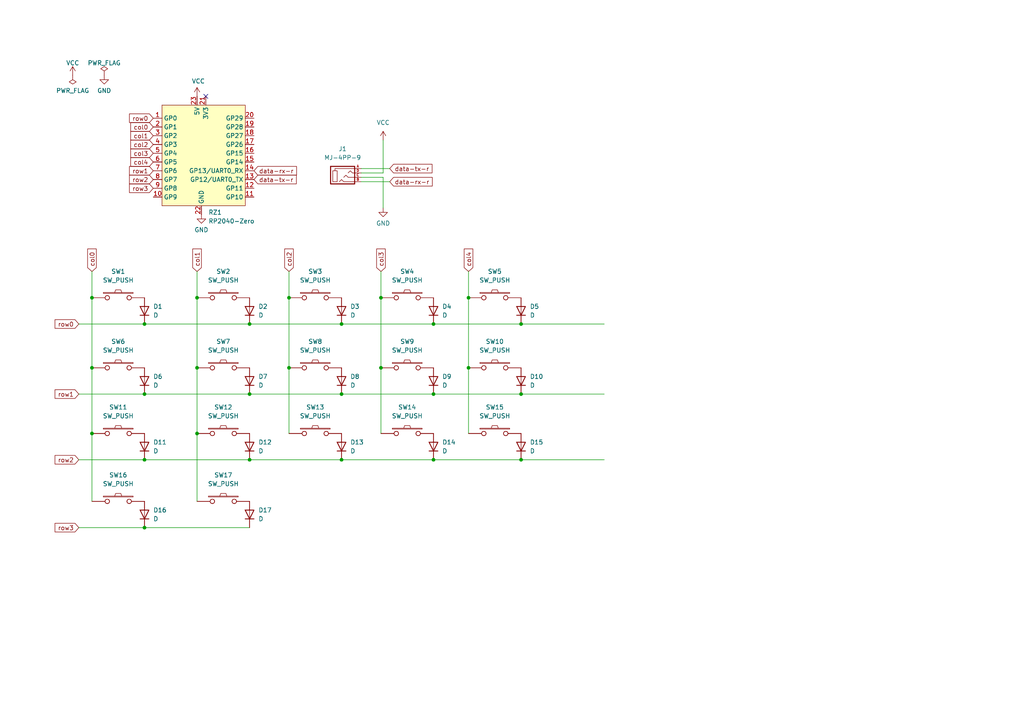
<source format=kicad_sch>
(kicad_sch (version 20211123) (generator eeschema)

  (uuid 9e3cb74a-2b1a-438b-a503-672d151ccdec)

  (paper "A4")

  (lib_symbols
    (symbol "Device:D" (pin_numbers hide) (pin_names (offset 1.016) hide) (in_bom yes) (on_board yes)
      (property "Reference" "D" (id 0) (at 0 2.54 0)
        (effects (font (size 1.27 1.27)))
      )
      (property "Value" "D" (id 1) (at 0 -2.54 0)
        (effects (font (size 1.27 1.27)))
      )
      (property "Footprint" "" (id 2) (at 0 0 0)
        (effects (font (size 1.27 1.27)) hide)
      )
      (property "Datasheet" "~" (id 3) (at 0 0 0)
        (effects (font (size 1.27 1.27)) hide)
      )
      (property "ki_keywords" "diode" (id 4) (at 0 0 0)
        (effects (font (size 1.27 1.27)) hide)
      )
      (property "ki_description" "Diode" (id 5) (at 0 0 0)
        (effects (font (size 1.27 1.27)) hide)
      )
      (property "ki_fp_filters" "TO-???* *_Diode_* *SingleDiode* D_*" (id 6) (at 0 0 0)
        (effects (font (size 1.27 1.27)) hide)
      )
      (symbol "D_0_1"
        (polyline
          (pts
            (xy -1.27 1.27)
            (xy -1.27 -1.27)
          )
          (stroke (width 0.254) (type default) (color 0 0 0 0))
          (fill (type none))
        )
        (polyline
          (pts
            (xy 1.27 0)
            (xy -1.27 0)
          )
          (stroke (width 0) (type default) (color 0 0 0 0))
          (fill (type none))
        )
        (polyline
          (pts
            (xy 1.27 1.27)
            (xy 1.27 -1.27)
            (xy -1.27 0)
            (xy 1.27 1.27)
          )
          (stroke (width 0.254) (type default) (color 0 0 0 0))
          (fill (type none))
        )
      )
      (symbol "D_1_1"
        (pin passive line (at -3.81 0 0) (length 2.54)
          (name "K" (effects (font (size 1.27 1.27))))
          (number "1" (effects (font (size 1.27 1.27))))
        )
        (pin passive line (at 3.81 0 180) (length 2.54)
          (name "A" (effects (font (size 1.27 1.27))))
          (number "2" (effects (font (size 1.27 1.27))))
        )
      )
    )
    (symbol "foostan_kbd:MJ-4PP-9" (pin_names (offset 1.016)) (in_bom yes) (on_board yes)
      (property "Reference" "J" (id 0) (at 0 3.81 0)
        (effects (font (size 1.27 1.27)))
      )
      (property "Value" "MJ-4PP-9" (id 1) (at 0 -3.81 0)
        (effects (font (size 1.27 1.27)))
      )
      (property "Footprint" "" (id 2) (at 6.985 4.445 0)
        (effects (font (size 1.27 1.27)) hide)
      )
      (property "Datasheet" "~" (id 3) (at 6.985 4.445 0)
        (effects (font (size 1.27 1.27)) hide)
      )
      (property "ki_keywords" "audio jack receptable stereo headphones TRRS connector" (id 4) (at 0 0 0)
        (effects (font (size 1.27 1.27)) hide)
      )
      (property "ki_description" "4-pin (audio) jack receptable (stereo + 4th pin/TRRS connector), compatible with PJ320A" (id 5) (at 0 0 0)
        (effects (font (size 1.27 1.27)) hide)
      )
      (symbol "MJ-4PP-9_0_1"
        (rectangle (start -1.905 -1.905) (end -3.175 1.27)
          (stroke (width 0) (type default) (color 0 0 0 0))
          (fill (type none))
        )
        (polyline
          (pts
            (xy -2.54 1.27)
            (xy -2.54 1.905)
            (xy 3.175 1.905)
          )
          (stroke (width 0) (type default) (color 0 0 0 0))
          (fill (type none))
        )
        (polyline
          (pts
            (xy -1.27 -1.905)
            (xy -0.635 -1.27)
            (xy 0 -1.905)
            (xy 3.175 -1.905)
          )
          (stroke (width 0) (type default) (color 0 0 0 0))
          (fill (type none))
        )
        (polyline
          (pts
            (xy 0 -0.635)
            (xy 0.635 0)
            (xy 1.27 -0.635)
            (xy 3.175 -0.635)
          )
          (stroke (width 0) (type default) (color 0 0 0 0))
          (fill (type none))
        )
        (polyline
          (pts
            (xy 1.27 0.635)
            (xy 1.905 1.27)
            (xy 2.54 0.635)
            (xy 3.175 0.635)
          )
          (stroke (width 0) (type default) (color 0 0 0 0))
          (fill (type none))
        )
        (rectangle (start 3.175 2.54) (end -3.81 -2.54)
          (stroke (width 0.3048) (type default) (color 0 0 0 0))
          (fill (type none))
        )
      )
      (symbol "MJ-4PP-9_1_1"
        (pin input line (at 5.08 1.905 180) (length 2.0066)
          (name "~" (effects (font (size 0.508 0.508))))
          (number "A" (effects (font (size 0.7112 0.7112))))
        )
        (pin input line (at 5.08 -1.905 180) (length 2.0066)
          (name "~" (effects (font (size 0.508 0.508))))
          (number "B" (effects (font (size 0.7112 0.7112))))
        )
        (pin input line (at 5.08 -0.635 180) (length 2.0066)
          (name "~" (effects (font (size 0.508 0.508))))
          (number "C" (effects (font (size 0.7112 0.7112))))
        )
        (pin input line (at 5.08 0.635 180) (length 2.0066)
          (name "~" (effects (font (size 0.508 0.508))))
          (number "D" (effects (font (size 0.7112 0.7112))))
        )
      )
    )
    (symbol "foostan_kbd:SW_PUSH" (pin_numbers hide) (pin_names (offset 1.016) hide) (in_bom yes) (on_board yes)
      (property "Reference" "SW" (id 0) (at 3.81 2.794 0)
        (effects (font (size 1.27 1.27)))
      )
      (property "Value" "SW_PUSH" (id 1) (at 0 -2.032 0)
        (effects (font (size 1.27 1.27)))
      )
      (property "Footprint" "" (id 2) (at 0 0 0)
        (effects (font (size 1.27 1.27)))
      )
      (property "Datasheet" "" (id 3) (at 0 0 0)
        (effects (font (size 1.27 1.27)))
      )
      (symbol "SW_PUSH_0_1"
        (rectangle (start -4.318 1.27) (end 4.318 1.524)
          (stroke (width 0) (type default) (color 0 0 0 0))
          (fill (type none))
        )
        (polyline
          (pts
            (xy -1.016 1.524)
            (xy -0.762 2.286)
            (xy 0.762 2.286)
            (xy 1.016 1.524)
          )
          (stroke (width 0) (type default) (color 0 0 0 0))
          (fill (type none))
        )
        (pin passive inverted (at -7.62 0 0) (length 5.08)
          (name "1" (effects (font (size 1.27 1.27))))
          (number "1" (effects (font (size 1.27 1.27))))
        )
        (pin passive inverted (at 7.62 0 180) (length 5.08)
          (name "2" (effects (font (size 1.27 1.27))))
          (number "2" (effects (font (size 1.27 1.27))))
        )
      )
    )
    (symbol "power:GND" (power) (pin_names (offset 0)) (in_bom yes) (on_board yes)
      (property "Reference" "#PWR" (id 0) (at 0 -6.35 0)
        (effects (font (size 1.27 1.27)) hide)
      )
      (property "Value" "GND" (id 1) (at 0 -3.81 0)
        (effects (font (size 1.27 1.27)))
      )
      (property "Footprint" "" (id 2) (at 0 0 0)
        (effects (font (size 1.27 1.27)) hide)
      )
      (property "Datasheet" "" (id 3) (at 0 0 0)
        (effects (font (size 1.27 1.27)) hide)
      )
      (property "ki_keywords" "global power" (id 4) (at 0 0 0)
        (effects (font (size 1.27 1.27)) hide)
      )
      (property "ki_description" "Power symbol creates a global label with name \"GND\" , ground" (id 5) (at 0 0 0)
        (effects (font (size 1.27 1.27)) hide)
      )
      (symbol "GND_0_1"
        (polyline
          (pts
            (xy 0 0)
            (xy 0 -1.27)
            (xy 1.27 -1.27)
            (xy 0 -2.54)
            (xy -1.27 -1.27)
            (xy 0 -1.27)
          )
          (stroke (width 0) (type default) (color 0 0 0 0))
          (fill (type none))
        )
      )
      (symbol "GND_1_1"
        (pin power_in line (at 0 0 270) (length 0) hide
          (name "GND" (effects (font (size 1.27 1.27))))
          (number "1" (effects (font (size 1.27 1.27))))
        )
      )
    )
    (symbol "power:PWR_FLAG" (power) (pin_numbers hide) (pin_names (offset 0) hide) (in_bom yes) (on_board yes)
      (property "Reference" "#FLG" (id 0) (at 0 1.905 0)
        (effects (font (size 1.27 1.27)) hide)
      )
      (property "Value" "PWR_FLAG" (id 1) (at 0 3.81 0)
        (effects (font (size 1.27 1.27)))
      )
      (property "Footprint" "" (id 2) (at 0 0 0)
        (effects (font (size 1.27 1.27)) hide)
      )
      (property "Datasheet" "~" (id 3) (at 0 0 0)
        (effects (font (size 1.27 1.27)) hide)
      )
      (property "ki_keywords" "flag power" (id 4) (at 0 0 0)
        (effects (font (size 1.27 1.27)) hide)
      )
      (property "ki_description" "Special symbol for telling ERC where power comes from" (id 5) (at 0 0 0)
        (effects (font (size 1.27 1.27)) hide)
      )
      (symbol "PWR_FLAG_0_0"
        (pin power_out line (at 0 0 90) (length 0)
          (name "pwr" (effects (font (size 1.27 1.27))))
          (number "1" (effects (font (size 1.27 1.27))))
        )
      )
      (symbol "PWR_FLAG_0_1"
        (polyline
          (pts
            (xy 0 0)
            (xy 0 1.27)
            (xy -1.016 1.905)
            (xy 0 2.54)
            (xy 1.016 1.905)
            (xy 0 1.27)
          )
          (stroke (width 0) (type default) (color 0 0 0 0))
          (fill (type none))
        )
      )
    )
    (symbol "power:VCC" (power) (pin_names (offset 0)) (in_bom yes) (on_board yes)
      (property "Reference" "#PWR" (id 0) (at 0 -3.81 0)
        (effects (font (size 1.27 1.27)) hide)
      )
      (property "Value" "VCC" (id 1) (at 0 3.81 0)
        (effects (font (size 1.27 1.27)))
      )
      (property "Footprint" "" (id 2) (at 0 0 0)
        (effects (font (size 1.27 1.27)) hide)
      )
      (property "Datasheet" "" (id 3) (at 0 0 0)
        (effects (font (size 1.27 1.27)) hide)
      )
      (property "ki_keywords" "global power" (id 4) (at 0 0 0)
        (effects (font (size 1.27 1.27)) hide)
      )
      (property "ki_description" "Power symbol creates a global label with name \"VCC\"" (id 5) (at 0 0 0)
        (effects (font (size 1.27 1.27)) hide)
      )
      (symbol "VCC_0_1"
        (polyline
          (pts
            (xy -0.762 1.27)
            (xy 0 2.54)
          )
          (stroke (width 0) (type default) (color 0 0 0 0))
          (fill (type none))
        )
        (polyline
          (pts
            (xy 0 0)
            (xy 0 2.54)
          )
          (stroke (width 0) (type default) (color 0 0 0 0))
          (fill (type none))
        )
        (polyline
          (pts
            (xy 0 2.54)
            (xy 0.762 1.27)
          )
          (stroke (width 0) (type default) (color 0 0 0 0))
          (fill (type none))
        )
      )
      (symbol "VCC_1_1"
        (pin power_in line (at 0 0 90) (length 0) hide
          (name "VCC" (effects (font (size 1.27 1.27))))
          (number "1" (effects (font (size 1.27 1.27))))
        )
      )
    )
    (symbol "rp2040zero:RP2040-Zero" (in_bom yes) (on_board yes)
      (property "Reference" "RZ" (id 0) (at 0 0 0)
        (effects (font (size 1.27 1.27)))
      )
      (property "Value" "RP2040-Zero" (id 1) (at 0 -2.54 0)
        (effects (font (size 1.27 1.27)))
      )
      (property "Footprint" "RP2040-Zero:RP2040-Zero" (id 2) (at 0 0 0)
        (effects (font (size 1.27 1.27)))
      )
      (property "Datasheet" "" (id 3) (at 0 0 0)
        (effects (font (size 1.27 1.27)) hide)
      )
      (symbol "RP2040-Zero_0_1"
        (rectangle (start -11.43 -15.24) (end 12.7 13.97)
          (stroke (width 0) (type default) (color 0 0 0 0))
          (fill (type background))
        )
      )
      (symbol "RP2040-Zero_1_1"
        (pin bidirectional line (at -13.97 10.16 0) (length 2.54)
          (name "GP0" (effects (font (size 1.27 1.27))))
          (number "1" (effects (font (size 1.27 1.27))))
        )
        (pin bidirectional line (at -13.97 -12.7 0) (length 2.54)
          (name "GP9" (effects (font (size 1.27 1.27))))
          (number "10" (effects (font (size 1.27 1.27))))
        )
        (pin bidirectional line (at 15.24 -12.7 180) (length 2.54)
          (name "GP10" (effects (font (size 1.27 1.27))))
          (number "11" (effects (font (size 1.27 1.27))))
        )
        (pin bidirectional line (at 15.24 -10.16 180) (length 2.54)
          (name "GP11" (effects (font (size 1.27 1.27))))
          (number "12" (effects (font (size 1.27 1.27))))
        )
        (pin bidirectional line (at 15.24 -7.62 180) (length 2.54)
          (name "GP12/UART0_TX" (effects (font (size 1.27 1.27))))
          (number "13" (effects (font (size 1.27 1.27))))
        )
        (pin bidirectional line (at 15.24 -5.08 180) (length 2.54)
          (name "GP13/UART0_RX" (effects (font (size 1.27 1.27))))
          (number "14" (effects (font (size 1.27 1.27))))
        )
        (pin bidirectional line (at 15.24 -2.54 180) (length 2.54)
          (name "GP14" (effects (font (size 1.27 1.27))))
          (number "15" (effects (font (size 1.27 1.27))))
        )
        (pin bidirectional line (at 15.24 0 180) (length 2.54)
          (name "GP15" (effects (font (size 1.27 1.27))))
          (number "16" (effects (font (size 1.27 1.27))))
        )
        (pin bidirectional line (at 15.24 2.54 180) (length 2.54)
          (name "GP26" (effects (font (size 1.27 1.27))))
          (number "17" (effects (font (size 1.27 1.27))))
        )
        (pin bidirectional line (at 15.24 5.08 180) (length 2.54)
          (name "GP27" (effects (font (size 1.27 1.27))))
          (number "18" (effects (font (size 1.27 1.27))))
        )
        (pin bidirectional line (at 15.24 7.62 180) (length 2.54)
          (name "GP28" (effects (font (size 1.27 1.27))))
          (number "19" (effects (font (size 1.27 1.27))))
        )
        (pin bidirectional line (at -13.97 7.62 0) (length 2.54)
          (name "GP1" (effects (font (size 1.27 1.27))))
          (number "2" (effects (font (size 1.27 1.27))))
        )
        (pin bidirectional line (at 15.24 10.16 180) (length 2.54)
          (name "GP29" (effects (font (size 1.27 1.27))))
          (number "20" (effects (font (size 1.27 1.27))))
        )
        (pin power_in line (at 1.27 16.51 270) (length 2.54)
          (name "3V3" (effects (font (size 1.27 1.27))))
          (number "21" (effects (font (size 1.27 1.27))))
        )
        (pin power_in line (at 0 -17.78 90) (length 2.54)
          (name "GND" (effects (font (size 1.27 1.27))))
          (number "22" (effects (font (size 1.27 1.27))))
        )
        (pin power_in line (at -1.27 16.51 270) (length 2.54)
          (name "5V" (effects (font (size 1.27 1.27))))
          (number "23" (effects (font (size 1.27 1.27))))
        )
        (pin bidirectional line (at -13.97 5.08 0) (length 2.54)
          (name "GP2" (effects (font (size 1.27 1.27))))
          (number "3" (effects (font (size 1.27 1.27))))
        )
        (pin bidirectional line (at -13.97 2.54 0) (length 2.54)
          (name "GP3" (effects (font (size 1.27 1.27))))
          (number "4" (effects (font (size 1.27 1.27))))
        )
        (pin bidirectional line (at -13.97 0 0) (length 2.54)
          (name "GP4" (effects (font (size 1.27 1.27))))
          (number "5" (effects (font (size 1.27 1.27))))
        )
        (pin bidirectional line (at -13.97 -2.54 0) (length 2.54)
          (name "GP5" (effects (font (size 1.27 1.27))))
          (number "6" (effects (font (size 1.27 1.27))))
        )
        (pin bidirectional line (at -13.97 -5.08 0) (length 2.54)
          (name "GP6" (effects (font (size 1.27 1.27))))
          (number "7" (effects (font (size 1.27 1.27))))
        )
        (pin bidirectional line (at -13.97 -7.62 0) (length 2.54)
          (name "GP7" (effects (font (size 1.27 1.27))))
          (number "8" (effects (font (size 1.27 1.27))))
        )
        (pin bidirectional line (at -13.97 -10.16 0) (length 2.54)
          (name "GP8" (effects (font (size 1.27 1.27))))
          (number "9" (effects (font (size 1.27 1.27))))
        )
      )
    )
  )

  (junction (at 99.06 133.35) (diameter 0) (color 0 0 0 0)
    (uuid 0d96b2be-6e91-44d0-adc4-bba1685ad935)
  )
  (junction (at 41.91 133.35) (diameter 0) (color 0 0 0 0)
    (uuid 0fd615be-7f15-4c2f-8317-a9131c4262be)
  )
  (junction (at 72.39 133.35) (diameter 0) (color 0 0 0 0)
    (uuid 27a45d27-7b64-4fa7-8a6a-2129f58ed550)
  )
  (junction (at 135.89 86.36) (diameter 0) (color 0 0 0 0)
    (uuid 2ad148a9-682c-4591-bf46-afd1b22a8325)
  )
  (junction (at 99.06 93.98) (diameter 0) (color 0 0 0 0)
    (uuid 35b8c62e-eb8e-41b0-b2b0-51fee8df0c9b)
  )
  (junction (at 57.15 125.73) (diameter 0) (color 0 0 0 0)
    (uuid 40b930c2-e56e-431a-a797-60cdf1a530ef)
  )
  (junction (at 26.67 86.36) (diameter 0) (color 0 0 0 0)
    (uuid 4a8ae731-f107-4618-9404-66e688e89028)
  )
  (junction (at 41.91 114.3) (diameter 0) (color 0 0 0 0)
    (uuid 75ebd696-03d0-4b1f-a38d-4d4f8190dfd5)
  )
  (junction (at 72.39 114.3) (diameter 0) (color 0 0 0 0)
    (uuid 7796a129-e3f9-4d91-9f58-de51f2146396)
  )
  (junction (at 57.15 86.36) (diameter 0) (color 0 0 0 0)
    (uuid 7b62eba7-2997-4793-9cff-635e1dfbb00c)
  )
  (junction (at 83.82 106.68) (diameter 0) (color 0 0 0 0)
    (uuid 87085a80-34ed-4664-b326-0816b2daef3f)
  )
  (junction (at 151.13 93.98) (diameter 0) (color 0 0 0 0)
    (uuid 903bf347-ca27-428a-858e-62c81bc42a36)
  )
  (junction (at 125.73 114.3) (diameter 0) (color 0 0 0 0)
    (uuid 90df75ef-c6d4-48ea-8aa7-3ec71fa33e76)
  )
  (junction (at 99.06 114.3) (diameter 0) (color 0 0 0 0)
    (uuid 9169faa2-a112-41d3-91fe-f887cce6ae31)
  )
  (junction (at 41.91 93.98) (diameter 0) (color 0 0 0 0)
    (uuid 97c26472-c103-412d-85a3-e8fe6e702745)
  )
  (junction (at 57.15 106.68) (diameter 0) (color 0 0 0 0)
    (uuid ad63c59c-0c55-4ff8-bc79-1c5be9c1a43a)
  )
  (junction (at 26.67 125.73) (diameter 0) (color 0 0 0 0)
    (uuid ada228b6-f19f-4f7a-9308-21e9d111ed60)
  )
  (junction (at 125.73 133.35) (diameter 0) (color 0 0 0 0)
    (uuid b03f2dc4-c850-42d6-8167-c8377c31b890)
  )
  (junction (at 83.82 86.36) (diameter 0) (color 0 0 0 0)
    (uuid bd846f0b-0b75-42cf-8d9f-30ea33d9f942)
  )
  (junction (at 151.13 133.35) (diameter 0) (color 0 0 0 0)
    (uuid d00f68b5-9f22-4023-890c-4b95fc04a80b)
  )
  (junction (at 151.13 114.3) (diameter 0) (color 0 0 0 0)
    (uuid d03cf9c9-f32b-4a86-9dc9-7744391fdfc6)
  )
  (junction (at 110.49 86.36) (diameter 0) (color 0 0 0 0)
    (uuid dd18386b-c4a0-4dff-96cd-bc7740e22dab)
  )
  (junction (at 72.39 93.98) (diameter 0) (color 0 0 0 0)
    (uuid e0290ce6-382c-4035-9747-f1b7ddc4df42)
  )
  (junction (at 41.91 153.035) (diameter 0) (color 0 0 0 0)
    (uuid e17cdd8b-2b3d-4a69-9376-4dcad505208f)
  )
  (junction (at 125.73 93.98) (diameter 0) (color 0 0 0 0)
    (uuid e64bb458-93c9-4a31-8791-c77edafdc1f1)
  )
  (junction (at 26.67 106.68) (diameter 0) (color 0 0 0 0)
    (uuid eaa13404-1b26-4274-b0b5-9dba2493cf9f)
  )
  (junction (at 135.89 106.68) (diameter 0) (color 0 0 0 0)
    (uuid f70b1bdb-7745-4ffa-ba97-954daf4b8ae7)
  )
  (junction (at 110.49 106.68) (diameter 0) (color 0 0 0 0)
    (uuid ffae8696-80fd-44e2-83a6-969d654b1955)
  )

  (no_connect (at 59.69 27.94) (uuid 667cfd3c-fc26-4023-826b-4f403be07048))

  (wire (pts (xy 57.15 106.68) (xy 57.15 125.73))
    (stroke (width 0) (type default) (color 0 0 0 0))
    (uuid 168b9585-1b90-488e-afd7-bbd4b6fa80e3)
  )
  (wire (pts (xy 72.39 114.3) (xy 99.06 114.3))
    (stroke (width 0) (type default) (color 0 0 0 0))
    (uuid 17212bd7-e78d-4d71-8c31-10ad2d09eada)
  )
  (wire (pts (xy 125.73 133.35) (xy 151.13 133.35))
    (stroke (width 0) (type default) (color 0 0 0 0))
    (uuid 2841c080-97f0-442d-850e-be8e27c251a4)
  )
  (wire (pts (xy 22.86 133.35) (xy 41.91 133.35))
    (stroke (width 0) (type default) (color 0 0 0 0))
    (uuid 2fb3a46c-9de2-401d-826c-20176344f524)
  )
  (wire (pts (xy 26.67 86.36) (xy 26.67 106.68))
    (stroke (width 0) (type default) (color 0 0 0 0))
    (uuid 3199f9f1-afdf-4677-8935-2130ae41f6a5)
  )
  (wire (pts (xy 22.86 93.98) (xy 41.91 93.98))
    (stroke (width 0) (type default) (color 0 0 0 0))
    (uuid 3b410e59-7669-48b4-9f05-6afa63a8b77d)
  )
  (wire (pts (xy 26.67 106.68) (xy 26.67 125.73))
    (stroke (width 0) (type default) (color 0 0 0 0))
    (uuid 45099bee-9d8e-49f5-b2cd-3090b38db254)
  )
  (wire (pts (xy 99.06 114.3) (xy 125.73 114.3))
    (stroke (width 0) (type default) (color 0 0 0 0))
    (uuid 51dcc2eb-a572-46c0-8e2c-f1b87ad0e4e5)
  )
  (wire (pts (xy 26.67 78.74) (xy 26.67 86.36))
    (stroke (width 0) (type default) (color 0 0 0 0))
    (uuid 564189f7-3396-4ca9-aa7b-e8e37826dd15)
  )
  (wire (pts (xy 72.39 133.35) (xy 99.06 133.35))
    (stroke (width 0) (type default) (color 0 0 0 0))
    (uuid 581ae006-79c5-4504-81e6-aa629513d2f7)
  )
  (wire (pts (xy 111.125 40.64) (xy 111.125 50.165))
    (stroke (width 0) (type default) (color 0 0 0 0))
    (uuid 5c9296ff-9cec-4749-b9bf-502d975e47c7)
  )
  (wire (pts (xy 22.86 114.3) (xy 41.91 114.3))
    (stroke (width 0) (type default) (color 0 0 0 0))
    (uuid 5d5eef8a-14e0-44bd-8dc6-81d74980d01e)
  )
  (wire (pts (xy 151.13 114.3) (xy 175.26 114.3))
    (stroke (width 0) (type default) (color 0 0 0 0))
    (uuid 64bc92f4-8cd4-427b-9ed1-badf9ec88bf7)
  )
  (wire (pts (xy 22.86 153.035) (xy 41.91 153.035))
    (stroke (width 0) (type default) (color 0 0 0 0))
    (uuid 683d9ae0-4a0a-4a65-ac3e-7609006493f0)
  )
  (wire (pts (xy 41.91 153.035) (xy 72.39 153.035))
    (stroke (width 0) (type default) (color 0 0 0 0))
    (uuid 6a09a5ae-0101-4cf6-906f-69d9ffab6a4c)
  )
  (wire (pts (xy 110.49 86.36) (xy 110.49 106.68))
    (stroke (width 0) (type default) (color 0 0 0 0))
    (uuid 6fbe11ae-2fce-4830-8961-752ca818f3d0)
  )
  (wire (pts (xy 72.39 93.98) (xy 99.06 93.98))
    (stroke (width 0) (type default) (color 0 0 0 0))
    (uuid 7a7b1bf8-ca2b-433c-9b55-51f2ec6109dd)
  )
  (wire (pts (xy 135.89 86.36) (xy 135.89 106.68))
    (stroke (width 0) (type default) (color 0 0 0 0))
    (uuid 838b808e-adea-4aa5-803c-47a9696778b6)
  )
  (wire (pts (xy 104.775 52.705) (xy 113.03 52.705))
    (stroke (width 0) (type default) (color 0 0 0 0))
    (uuid 8449e15d-8342-4870-80d9-0555e729a943)
  )
  (wire (pts (xy 151.13 93.98) (xy 175.26 93.98))
    (stroke (width 0) (type default) (color 0 0 0 0))
    (uuid 89271ac9-d174-4c26-aeb9-1b938cbdb5d2)
  )
  (wire (pts (xy 57.15 86.36) (xy 57.15 106.68))
    (stroke (width 0) (type default) (color 0 0 0 0))
    (uuid 8942593f-fbed-4a00-a4c0-a03544be3bb5)
  )
  (wire (pts (xy 110.49 78.74) (xy 110.49 86.36))
    (stroke (width 0) (type default) (color 0 0 0 0))
    (uuid 8d95a395-5140-42f2-b0cc-b522c79745b1)
  )
  (wire (pts (xy 110.49 106.68) (xy 110.49 125.73))
    (stroke (width 0) (type default) (color 0 0 0 0))
    (uuid 94cee55e-aaf9-4200-be77-f127d47a8aeb)
  )
  (wire (pts (xy 99.06 93.98) (xy 125.73 93.98))
    (stroke (width 0) (type default) (color 0 0 0 0))
    (uuid a6a09ba6-a0ce-430d-b99e-ba84480d5d75)
  )
  (wire (pts (xy 41.91 133.35) (xy 72.39 133.35))
    (stroke (width 0) (type default) (color 0 0 0 0))
    (uuid a8295a64-3a75-4463-a56a-83d716316bb4)
  )
  (wire (pts (xy 104.775 51.435) (xy 111.125 51.435))
    (stroke (width 0) (type default) (color 0 0 0 0))
    (uuid ace5c7aa-cbb8-45b4-8ca7-6b0a7acf95f4)
  )
  (wire (pts (xy 26.67 125.73) (xy 26.67 145.415))
    (stroke (width 0) (type default) (color 0 0 0 0))
    (uuid af31fe5d-cf05-49fb-bddc-63d7f2f0e637)
  )
  (wire (pts (xy 125.73 114.3) (xy 151.13 114.3))
    (stroke (width 0) (type default) (color 0 0 0 0))
    (uuid af822e2b-051e-4cc0-96b4-67d5a69fb104)
  )
  (wire (pts (xy 83.82 106.68) (xy 83.82 125.73))
    (stroke (width 0) (type default) (color 0 0 0 0))
    (uuid b903500f-0668-47ee-96c2-f924ffa2472a)
  )
  (wire (pts (xy 41.91 93.98) (xy 72.39 93.98))
    (stroke (width 0) (type default) (color 0 0 0 0))
    (uuid c1af8060-4ccb-4630-b428-612526618b2e)
  )
  (wire (pts (xy 104.775 50.165) (xy 111.125 50.165))
    (stroke (width 0) (type default) (color 0 0 0 0))
    (uuid ca0dd0ae-f642-4a7e-b94f-c4311257a1b1)
  )
  (wire (pts (xy 41.91 114.3) (xy 72.39 114.3))
    (stroke (width 0) (type default) (color 0 0 0 0))
    (uuid d4b0512b-3e6e-4185-8ad1-57e90db8768c)
  )
  (wire (pts (xy 83.82 86.36) (xy 83.82 106.68))
    (stroke (width 0) (type default) (color 0 0 0 0))
    (uuid de0bbcca-d26e-4600-8072-a4ff0a83675b)
  )
  (wire (pts (xy 99.06 133.35) (xy 125.73 133.35))
    (stroke (width 0) (type default) (color 0 0 0 0))
    (uuid df0413f7-cb3a-40bc-8cfb-8b6fb2f9a552)
  )
  (wire (pts (xy 135.89 78.74) (xy 135.89 86.36))
    (stroke (width 0) (type default) (color 0 0 0 0))
    (uuid e0abcac2-9483-4828-8017-6dd5c0760b1c)
  )
  (wire (pts (xy 83.82 78.74) (xy 83.82 86.36))
    (stroke (width 0) (type default) (color 0 0 0 0))
    (uuid ecd8f970-d6c9-4a48-8ff9-4aaaa61ae6ab)
  )
  (wire (pts (xy 57.15 125.73) (xy 57.15 145.415))
    (stroke (width 0) (type default) (color 0 0 0 0))
    (uuid ed845f76-f181-4d13-98d2-2d8ad20b5a9b)
  )
  (wire (pts (xy 104.775 48.895) (xy 113.03 48.895))
    (stroke (width 0) (type default) (color 0 0 0 0))
    (uuid eee47500-27d8-4b60-95f7-96897ed473b0)
  )
  (wire (pts (xy 151.13 133.35) (xy 175.26 133.35))
    (stroke (width 0) (type default) (color 0 0 0 0))
    (uuid eee52583-451b-4afd-884e-ac47503cd96f)
  )
  (wire (pts (xy 57.15 78.74) (xy 57.15 86.36))
    (stroke (width 0) (type default) (color 0 0 0 0))
    (uuid f1e93299-210f-475e-9ff0-92fe4c9e69f1)
  )
  (wire (pts (xy 135.89 106.68) (xy 135.89 125.73))
    (stroke (width 0) (type default) (color 0 0 0 0))
    (uuid f31fb7fc-716b-4eac-a966-fabe17a9f589)
  )
  (wire (pts (xy 111.125 51.435) (xy 111.125 60.325))
    (stroke (width 0) (type default) (color 0 0 0 0))
    (uuid fd89ab89-3488-4992-9204-b1ebdca31366)
  )
  (wire (pts (xy 125.73 93.98) (xy 151.13 93.98))
    (stroke (width 0) (type default) (color 0 0 0 0))
    (uuid ff73598a-d54e-45a6-a912-9107adb94b93)
  )

  (global_label "col1" (shape input) (at 57.15 78.74 90) (fields_autoplaced)
    (effects (font (size 1.27 1.27)) (justify left))
    (uuid 04043e4f-641e-434b-a1b0-4111aa813939)
    (property "シート間のリファレンス" "${INTERSHEET_REFS}" (id 0) (at 57.0706 72.2145 90)
      (effects (font (size 1.27 1.27)) (justify left) hide)
    )
  )
  (global_label "row0" (shape input) (at 44.45 34.29 180) (fields_autoplaced)
    (effects (font (size 1.27 1.27)) (justify right))
    (uuid 16c4f546-ae69-4aa0-a59d-00ccab793a9b)
    (property "シート間のリファレンス" "${INTERSHEET_REFS}" (id 0) (at 1.27 -19.05 0)
      (effects (font (size 1.27 1.27)) hide)
    )
  )
  (global_label "data-tx-r" (shape input) (at 73.66 52.07 0) (fields_autoplaced)
    (effects (font (size 1.27 1.27)) (justify left))
    (uuid 1b1be632-1870-4bfc-bae0-6c4760b9fd19)
    (property "Intersheet References" "${INTERSHEET_REFS}" (id 0) (at 85.9307 51.9906 0)
      (effects (font (size 1.27 1.27)) (justify left) hide)
    )
  )
  (global_label "col3" (shape input) (at 44.45 44.45 180) (fields_autoplaced)
    (effects (font (size 1.27 1.27)) (justify right))
    (uuid 37019bb9-d23e-4bfc-b2cf-4114faa6ff5b)
    (property "シート間のリファレンス" "${INTERSHEET_REFS}" (id 0) (at 123.19 100.33 0)
      (effects (font (size 1.27 1.27)) hide)
    )
  )
  (global_label "col4" (shape input) (at 44.45 46.99 180) (fields_autoplaced)
    (effects (font (size 1.27 1.27)) (justify right))
    (uuid 3d913124-1b86-4a94-b16e-fdfb418b7967)
    (property "シート間のリファレンス" "${INTERSHEET_REFS}" (id 0) (at 123.19 105.41 0)
      (effects (font (size 1.27 1.27)) hide)
    )
  )
  (global_label "row2" (shape input) (at 44.45 52.07 180) (fields_autoplaced)
    (effects (font (size 1.27 1.27)) (justify right))
    (uuid 438875ee-1140-41cb-8ae7-b5fff15e4e63)
    (property "シート間のリファレンス" "${INTERSHEET_REFS}" (id 0) (at 1.27 -6.35 0)
      (effects (font (size 1.27 1.27)) hide)
    )
  )
  (global_label "row3" (shape input) (at 44.45 54.61 180) (fields_autoplaced)
    (effects (font (size 1.27 1.27)) (justify right))
    (uuid 45ce9670-78cf-4c15-8335-cc49da7701f6)
    (property "シート間のリファレンス" "${INTERSHEET_REFS}" (id 0) (at 1.27 -6.35 0)
      (effects (font (size 1.27 1.27)) hide)
    )
  )
  (global_label "row3" (shape input) (at 22.86 153.035 180) (fields_autoplaced)
    (effects (font (size 1.27 1.27)) (justify right))
    (uuid 4647ed8b-fd83-4b93-8d9d-53af6013e8f4)
    (property "シート間のリファレンス" "${INTERSHEET_REFS}" (id 0) (at 15.9717 152.9556 0)
      (effects (font (size 1.27 1.27)) (justify right) hide)
    )
  )
  (global_label "col2" (shape input) (at 83.82 78.74 90) (fields_autoplaced)
    (effects (font (size 1.27 1.27)) (justify left))
    (uuid 518d57c3-b0b2-4e7b-8094-d8e7d7cb7630)
    (property "シート間のリファレンス" "${INTERSHEET_REFS}" (id 0) (at 83.7406 72.2145 90)
      (effects (font (size 1.27 1.27)) (justify left) hide)
    )
  )
  (global_label "col0" (shape input) (at 26.67 78.74 90) (fields_autoplaced)
    (effects (font (size 1.27 1.27)) (justify left))
    (uuid 567ca49c-d048-4818-8951-3efada041f13)
    (property "シート間のリファレンス" "${INTERSHEET_REFS}" (id 0) (at 26.5906 72.2145 90)
      (effects (font (size 1.27 1.27)) (justify left) hide)
    )
  )
  (global_label "data-rx-r" (shape input) (at 113.03 52.705 0) (fields_autoplaced)
    (effects (font (size 1.27 1.27)) (justify left))
    (uuid 77d440b8-31f8-4e46-9dc3-82d6364a1302)
    (property "Intersheet References" "${INTERSHEET_REFS}" (id 0) (at 125.3612 52.6256 0)
      (effects (font (size 1.27 1.27)) (justify left) hide)
    )
  )
  (global_label "data-tx-r" (shape input) (at 113.03 48.895 0) (fields_autoplaced)
    (effects (font (size 1.27 1.27)) (justify left))
    (uuid 8d6b573d-9f6c-4365-8835-945c699da7a5)
    (property "Intersheet References" "${INTERSHEET_REFS}" (id 0) (at 125.3007 48.8156 0)
      (effects (font (size 1.27 1.27)) (justify left) hide)
    )
  )
  (global_label "col0" (shape input) (at 44.45 36.83 180) (fields_autoplaced)
    (effects (font (size 1.27 1.27)) (justify right))
    (uuid 8e4af616-4085-4dda-86a9-bfb5a9c0cb66)
    (property "シート間のリファレンス" "${INTERSHEET_REFS}" (id 0) (at 123.19 85.09 0)
      (effects (font (size 1.27 1.27)) hide)
    )
  )
  (global_label "col3" (shape input) (at 110.49 78.74 90) (fields_autoplaced)
    (effects (font (size 1.27 1.27)) (justify left))
    (uuid 9405e1b1-8696-4c9b-a6d0-b87ee1f1b4fe)
    (property "シート間のリファレンス" "${INTERSHEET_REFS}" (id 0) (at 110.4106 72.2145 90)
      (effects (font (size 1.27 1.27)) (justify left) hide)
    )
  )
  (global_label "col1" (shape input) (at 44.45 39.37 180) (fields_autoplaced)
    (effects (font (size 1.27 1.27)) (justify right))
    (uuid a0256927-8b0c-4324-9ad9-1895ab817593)
    (property "シート間のリファレンス" "${INTERSHEET_REFS}" (id 0) (at 123.19 90.17 0)
      (effects (font (size 1.27 1.27)) hide)
    )
  )
  (global_label "row1" (shape input) (at 44.45 49.53 180) (fields_autoplaced)
    (effects (font (size 1.27 1.27)) (justify right))
    (uuid b001bcd1-58ef-4276-88f1-7e864c11303f)
    (property "シート間のリファレンス" "${INTERSHEET_REFS}" (id 0) (at 1.27 -6.35 0)
      (effects (font (size 1.27 1.27)) hide)
    )
  )
  (global_label "row2" (shape input) (at 22.86 133.35 180) (fields_autoplaced)
    (effects (font (size 1.27 1.27)) (justify right))
    (uuid b3fdb260-3ea0-474d-9d53-b77887f84e71)
    (property "シート間のリファレンス" "${INTERSHEET_REFS}" (id 0) (at 15.9717 133.2706 0)
      (effects (font (size 1.27 1.27)) (justify right) hide)
    )
  )
  (global_label "col4" (shape input) (at 135.89 78.74 90) (fields_autoplaced)
    (effects (font (size 1.27 1.27)) (justify left))
    (uuid c22eb349-97f2-4002-83b7-229e7807c5d6)
    (property "シート間のリファレンス" "${INTERSHEET_REFS}" (id 0) (at 135.8106 72.2145 90)
      (effects (font (size 1.27 1.27)) (justify left) hide)
    )
  )
  (global_label "row0" (shape input) (at 22.86 93.98 180) (fields_autoplaced)
    (effects (font (size 1.27 1.27)) (justify right))
    (uuid d129ef29-e3bf-43cf-a1ef-fc12234065d1)
    (property "シート間のリファレンス" "${INTERSHEET_REFS}" (id 0) (at 15.9717 93.9006 0)
      (effects (font (size 1.27 1.27)) (justify right) hide)
    )
  )
  (global_label "row1" (shape input) (at 22.86 114.3 180) (fields_autoplaced)
    (effects (font (size 1.27 1.27)) (justify right))
    (uuid e6fa6b16-cdea-410a-a963-3ca5a8e57acb)
    (property "シート間のリファレンス" "${INTERSHEET_REFS}" (id 0) (at 15.9717 114.2206 0)
      (effects (font (size 1.27 1.27)) (justify right) hide)
    )
  )
  (global_label "data-rx-r" (shape input) (at 73.66 49.53 0) (fields_autoplaced)
    (effects (font (size 1.27 1.27)) (justify left))
    (uuid f2001b38-e586-4b6e-b065-402678763402)
    (property "Intersheet References" "${INTERSHEET_REFS}" (id 0) (at 85.9912 49.4506 0)
      (effects (font (size 1.27 1.27)) (justify left) hide)
    )
  )
  (global_label "col2" (shape input) (at 44.45 41.91 180) (fields_autoplaced)
    (effects (font (size 1.27 1.27)) (justify right))
    (uuid feea9871-9e1b-4799-8816-874d2d274ae2)
    (property "シート間のリファレンス" "${INTERSHEET_REFS}" (id 0) (at 123.19 95.25 0)
      (effects (font (size 1.27 1.27)) hide)
    )
  )

  (symbol (lib_id "foostan_kbd:SW_PUSH") (at 34.29 125.73 0) (unit 1)
    (in_bom yes) (on_board yes) (fields_autoplaced)
    (uuid 05db9893-a19c-4146-b3bf-f0efc86433fa)
    (property "Reference" "SW11" (id 0) (at 34.29 118.11 0))
    (property "Value" "SW_PUSH" (id 1) (at 34.29 120.65 0))
    (property "Footprint" "haqua34:SW_Choc_V2" (id 2) (at 34.29 125.73 0)
      (effects (font (size 1.27 1.27)) hide)
    )
    (property "Datasheet" "" (id 3) (at 34.29 125.73 0))
    (pin "1" (uuid 33c7ea0b-7bec-400b-a6fc-a5b7bf357f71))
    (pin "2" (uuid c4b6fdf1-d353-4fe6-8be0-2d1d38b8aafc))
  )

  (symbol (lib_id "foostan_kbd:SW_PUSH") (at 64.77 86.36 0) (unit 1)
    (in_bom yes) (on_board yes) (fields_autoplaced)
    (uuid 0ee930de-ac13-4815-9629-e3486b8edcdc)
    (property "Reference" "SW2" (id 0) (at 64.77 78.74 0))
    (property "Value" "SW_PUSH" (id 1) (at 64.77 81.28 0))
    (property "Footprint" "haqua34:SW_Choc_V2" (id 2) (at 64.77 86.36 0)
      (effects (font (size 1.27 1.27)) hide)
    )
    (property "Datasheet" "" (id 3) (at 64.77 86.36 0))
    (pin "1" (uuid 90244de6-404c-4cea-82f0-54f8c7f2a91f))
    (pin "2" (uuid f882cb6a-81b7-44e0-bfdd-555cd73025f9))
  )

  (symbol (lib_id "foostan_kbd:SW_PUSH") (at 64.77 145.415 0) (unit 1)
    (in_bom yes) (on_board yes) (fields_autoplaced)
    (uuid 14dc5acc-0f70-4a39-9ba2-85fd4dd7b8fd)
    (property "Reference" "SW17" (id 0) (at 64.77 137.795 0))
    (property "Value" "SW_PUSH" (id 1) (at 64.77 140.335 0))
    (property "Footprint" "haqua34:SW_Choc_V2" (id 2) (at 64.77 145.415 0)
      (effects (font (size 1.27 1.27)) hide)
    )
    (property "Datasheet" "" (id 3) (at 64.77 145.415 0))
    (pin "1" (uuid e9ca342b-aa46-464d-9408-bfa90b176086))
    (pin "2" (uuid 0910a980-2b98-4082-975e-17c576bbcf66))
  )

  (symbol (lib_id "power:VCC") (at 21.082 21.844 0) (unit 1)
    (in_bom yes) (on_board yes) (fields_autoplaced)
    (uuid 1e1123e3-d0bd-4718-b18c-d212c56e574e)
    (property "Reference" "#PWR01" (id 0) (at 21.082 25.654 0)
      (effects (font (size 1.27 1.27)) hide)
    )
    (property "Value" "VCC" (id 1) (at 21.082 18.2682 0))
    (property "Footprint" "" (id 2) (at 21.082 21.844 0)
      (effects (font (size 1.27 1.27)) hide)
    )
    (property "Datasheet" "" (id 3) (at 21.082 21.844 0)
      (effects (font (size 1.27 1.27)) hide)
    )
    (pin "1" (uuid 9f4d8b14-d604-42c3-a4f9-5c82f51f7b12))
  )

  (symbol (lib_id "Device:D") (at 41.91 149.225 90) (unit 1)
    (in_bom yes) (on_board yes) (fields_autoplaced)
    (uuid 20cd50a2-57a6-4039-ad11-491b8fb51bd5)
    (property "Reference" "D16" (id 0) (at 44.45 147.9549 90)
      (effects (font (size 1.27 1.27)) (justify right))
    )
    (property "Value" "D" (id 1) (at 44.45 150.4949 90)
      (effects (font (size 1.27 1.27)) (justify right))
    )
    (property "Footprint" "haqua34:Diode_SMD" (id 2) (at 41.91 149.225 0)
      (effects (font (size 1.27 1.27)) hide)
    )
    (property "Datasheet" "~" (id 3) (at 41.91 149.225 0)
      (effects (font (size 1.27 1.27)) hide)
    )
    (pin "1" (uuid e3ad5112-0a82-4e5b-b67a-abaf7b674939))
    (pin "2" (uuid 3611034b-d4f2-49e0-abe7-a12960d770ac))
  )

  (symbol (lib_id "Device:D") (at 41.91 129.54 90) (unit 1)
    (in_bom yes) (on_board yes) (fields_autoplaced)
    (uuid 2868321f-fb63-44cd-8dd6-c3fdab94a387)
    (property "Reference" "D11" (id 0) (at 44.45 128.2699 90)
      (effects (font (size 1.27 1.27)) (justify right))
    )
    (property "Value" "D" (id 1) (at 44.45 130.8099 90)
      (effects (font (size 1.27 1.27)) (justify right))
    )
    (property "Footprint" "haqua34:Diode_SMD" (id 2) (at 41.91 129.54 0)
      (effects (font (size 1.27 1.27)) hide)
    )
    (property "Datasheet" "~" (id 3) (at 41.91 129.54 0)
      (effects (font (size 1.27 1.27)) hide)
    )
    (pin "1" (uuid c9c084c7-703e-4955-a33f-8c2c19660dfc))
    (pin "2" (uuid 1aac3f5f-98f4-4ded-b0d6-5a725e907444))
  )

  (symbol (lib_id "foostan_kbd:SW_PUSH") (at 91.44 125.73 0) (unit 1)
    (in_bom yes) (on_board yes) (fields_autoplaced)
    (uuid 28aa6ab3-5b70-462c-bc34-481ef9f46536)
    (property "Reference" "SW13" (id 0) (at 91.44 118.11 0))
    (property "Value" "SW_PUSH" (id 1) (at 91.44 120.65 0))
    (property "Footprint" "haqua34:SW_Choc_V2" (id 2) (at 91.44 125.73 0)
      (effects (font (size 1.27 1.27)) hide)
    )
    (property "Datasheet" "" (id 3) (at 91.44 125.73 0))
    (pin "1" (uuid 370dd2a5-51c5-49b3-ab7b-ef2029ae5f59))
    (pin "2" (uuid c2d400b6-70f7-46b9-a616-a8125a7fdaf3))
  )

  (symbol (lib_id "foostan_kbd:SW_PUSH") (at 64.77 125.73 0) (unit 1)
    (in_bom yes) (on_board yes) (fields_autoplaced)
    (uuid 2cfc48be-b330-4d29-bc74-bccb1db4c86a)
    (property "Reference" "SW12" (id 0) (at 64.77 118.11 0))
    (property "Value" "SW_PUSH" (id 1) (at 64.77 120.65 0))
    (property "Footprint" "haqua34:SW_Choc_V2" (id 2) (at 64.77 125.73 0)
      (effects (font (size 1.27 1.27)) hide)
    )
    (property "Datasheet" "" (id 3) (at 64.77 125.73 0))
    (pin "1" (uuid d965d6d4-5667-44b9-9fd8-fd371849d4df))
    (pin "2" (uuid 90acad87-d865-4686-9563-688302e8b3d4))
  )

  (symbol (lib_id "Device:D") (at 151.13 129.54 90) (unit 1)
    (in_bom yes) (on_board yes) (fields_autoplaced)
    (uuid 2e005ab5-c53f-412c-969d-d54d9c4b76fe)
    (property "Reference" "D15" (id 0) (at 153.67 128.2699 90)
      (effects (font (size 1.27 1.27)) (justify right))
    )
    (property "Value" "D" (id 1) (at 153.67 130.8099 90)
      (effects (font (size 1.27 1.27)) (justify right))
    )
    (property "Footprint" "haqua34:Diode_SMD" (id 2) (at 151.13 129.54 0)
      (effects (font (size 1.27 1.27)) hide)
    )
    (property "Datasheet" "~" (id 3) (at 151.13 129.54 0)
      (effects (font (size 1.27 1.27)) hide)
    )
    (pin "1" (uuid 2eb131cb-f7bd-4f22-b814-ca360ae15783))
    (pin "2" (uuid 86025810-cec2-4d71-8d08-91b3c7d721bf))
  )

  (symbol (lib_id "power:GND") (at 58.42 62.23 0) (unit 1)
    (in_bom yes) (on_board yes) (fields_autoplaced)
    (uuid 372334fc-f119-4ac6-86fd-2f27e4a79cee)
    (property "Reference" "#PWR06" (id 0) (at 58.42 68.58 0)
      (effects (font (size 1.27 1.27)) hide)
    )
    (property "Value" "GND" (id 1) (at 58.42 66.6734 0))
    (property "Footprint" "" (id 2) (at 58.42 62.23 0)
      (effects (font (size 1.27 1.27)) hide)
    )
    (property "Datasheet" "" (id 3) (at 58.42 62.23 0)
      (effects (font (size 1.27 1.27)) hide)
    )
    (pin "1" (uuid 683d8a6b-5aaf-4080-ab85-5acf7b0c0c5e))
  )

  (symbol (lib_id "Device:D") (at 99.06 90.17 90) (unit 1)
    (in_bom yes) (on_board yes) (fields_autoplaced)
    (uuid 3ae9e1f5-6002-4a40-887a-6c2d39a56905)
    (property "Reference" "D3" (id 0) (at 101.6 88.8999 90)
      (effects (font (size 1.27 1.27)) (justify right))
    )
    (property "Value" "D" (id 1) (at 101.6 91.4399 90)
      (effects (font (size 1.27 1.27)) (justify right))
    )
    (property "Footprint" "haqua34:Diode_SMD" (id 2) (at 99.06 90.17 0)
      (effects (font (size 1.27 1.27)) hide)
    )
    (property "Datasheet" "~" (id 3) (at 99.06 90.17 0)
      (effects (font (size 1.27 1.27)) hide)
    )
    (pin "1" (uuid b6efa292-1bd5-42fd-8c79-7efa133527f0))
    (pin "2" (uuid 81a0e214-26b3-4d52-b01d-66b9c57ca0a9))
  )

  (symbol (lib_id "foostan_kbd:SW_PUSH") (at 118.11 125.73 0) (unit 1)
    (in_bom yes) (on_board yes) (fields_autoplaced)
    (uuid 3ce453f5-0bd6-4f36-ad22-083eaddf4fb6)
    (property "Reference" "SW14" (id 0) (at 118.11 118.11 0))
    (property "Value" "SW_PUSH" (id 1) (at 118.11 120.65 0))
    (property "Footprint" "haqua34:SW_Choc_V2" (id 2) (at 118.11 125.73 0)
      (effects (font (size 1.27 1.27)) hide)
    )
    (property "Datasheet" "" (id 3) (at 118.11 125.73 0))
    (pin "1" (uuid 98265639-990c-41e7-b826-0e20f91c3f95))
    (pin "2" (uuid d6ce0e07-d609-4ee2-9597-9579d59342e1))
  )

  (symbol (lib_id "power:GND") (at 111.125 60.325 0) (unit 1)
    (in_bom yes) (on_board yes) (fields_autoplaced)
    (uuid 401d96ab-0346-4c85-9b23-3f918581f147)
    (property "Reference" "#PWR05" (id 0) (at 111.125 66.675 0)
      (effects (font (size 1.27 1.27)) hide)
    )
    (property "Value" "GND" (id 1) (at 111.125 64.77 0))
    (property "Footprint" "" (id 2) (at 111.125 60.325 0)
      (effects (font (size 1.27 1.27)) hide)
    )
    (property "Datasheet" "" (id 3) (at 111.125 60.325 0)
      (effects (font (size 1.27 1.27)) hide)
    )
    (pin "1" (uuid 28cbfc55-ce4c-4bc6-a257-5b5d63f401fd))
  )

  (symbol (lib_id "rp2040zero:RP2040-Zero") (at 58.42 44.45 0) (unit 1)
    (in_bom yes) (on_board yes) (fields_autoplaced)
    (uuid 52092acd-efeb-4684-b259-79136d8acdd9)
    (property "Reference" "RZ1" (id 0) (at 60.4394 61.595 0)
      (effects (font (size 1.27 1.27)) (justify left))
    )
    (property "Value" "RP2040-Zero" (id 1) (at 60.4394 64.135 0)
      (effects (font (size 1.27 1.27)) (justify left))
    )
    (property "Footprint" "haqua34:RP2040-Zero" (id 2) (at 58.42 44.45 0)
      (effects (font (size 1.27 1.27)) hide)
    )
    (property "Datasheet" "" (id 3) (at 58.42 44.45 0)
      (effects (font (size 1.27 1.27)) hide)
    )
    (pin "1" (uuid c85a51ff-f650-4aab-9efb-579ba0ac6915))
    (pin "10" (uuid b485bd14-f818-46d0-aeec-3f735a468ba1))
    (pin "11" (uuid c00f52c6-a0da-4bd1-beda-267bd28888ef))
    (pin "12" (uuid f7593686-fd2f-4a6f-9a9b-8c914720d840))
    (pin "13" (uuid ff210393-0a9f-444b-ae6a-1080dc461ad5))
    (pin "14" (uuid 1991f956-c62b-47b9-b3bb-0a7cfd5c65c9))
    (pin "15" (uuid 8dd7bd86-469c-4c63-851a-1ec2e000c3df))
    (pin "16" (uuid 618c4940-d2e5-48e3-8a94-88787f98b324))
    (pin "17" (uuid b240eeab-ad19-4637-ad3a-0020791c252a))
    (pin "18" (uuid 81e8d3f0-6afb-45c3-ac2d-e66d4e437aa2))
    (pin "19" (uuid 917cd69d-360a-44dd-bf59-eee834b14436))
    (pin "2" (uuid 4982ba7f-9ae5-4b18-833c-df81d1e6d946))
    (pin "20" (uuid 3c0615b0-8c35-44aa-a1b2-31443ea69d45))
    (pin "21" (uuid 46507442-cb5e-499f-b344-a5da05a65844))
    (pin "22" (uuid d4ab8d37-9b11-409a-a004-c67fad0c066e))
    (pin "23" (uuid ad199a44-0e71-425d-a96d-5e2adc8ae06e))
    (pin "3" (uuid 39e939a9-e4a3-4c00-93f1-2851e53290e9))
    (pin "4" (uuid 7ff43bb4-e7ed-4f61-b02b-a70b7b360f26))
    (pin "5" (uuid 1337975e-6ef6-48d0-ba1e-f64e8d00f7e7))
    (pin "6" (uuid c90231a4-c1fe-49ec-9c7f-9a74c3a22d79))
    (pin "7" (uuid c4fb6821-8700-4cf5-aac6-46f58199afa9))
    (pin "8" (uuid 05bfb9ea-43a2-4e43-8bf6-9d905677f9cb))
    (pin "9" (uuid 98c052ec-2a9d-42f3-9a8f-ce5b0317b342))
  )

  (symbol (lib_id "power:VCC") (at 57.15 27.94 0) (unit 1)
    (in_bom yes) (on_board yes)
    (uuid 54862d10-e56a-4538-ae0c-ed04665702e0)
    (property "Reference" "#PWR03" (id 0) (at 57.15 31.75 0)
      (effects (font (size 1.27 1.27)) hide)
    )
    (property "Value" "VCC" (id 1) (at 57.531 23.5458 0))
    (property "Footprint" "" (id 2) (at 57.15 27.94 0)
      (effects (font (size 1.27 1.27)) hide)
    )
    (property "Datasheet" "" (id 3) (at 57.15 27.94 0)
      (effects (font (size 1.27 1.27)) hide)
    )
    (pin "1" (uuid 18412a46-627d-4f00-86ea-4e09c97cbf3a))
  )

  (symbol (lib_id "foostan_kbd:SW_PUSH") (at 34.29 145.415 0) (unit 1)
    (in_bom yes) (on_board yes) (fields_autoplaced)
    (uuid 5739344e-89fb-45b6-84e1-ef39aa2f91f9)
    (property "Reference" "SW16" (id 0) (at 34.29 137.795 0))
    (property "Value" "SW_PUSH" (id 1) (at 34.29 140.335 0))
    (property "Footprint" "haqua34:SW_Choc_V2" (id 2) (at 34.29 145.415 0)
      (effects (font (size 1.27 1.27)) hide)
    )
    (property "Datasheet" "" (id 3) (at 34.29 145.415 0))
    (pin "1" (uuid fbade4ba-b0de-45be-9592-f14ad733dc43))
    (pin "2" (uuid 331eeea1-a595-43c3-b49c-9a870cb8376c))
  )

  (symbol (lib_id "foostan_kbd:SW_PUSH") (at 91.44 86.36 0) (unit 1)
    (in_bom yes) (on_board yes) (fields_autoplaced)
    (uuid 58dffc25-6687-4fe9-acd3-fc4a48215fdc)
    (property "Reference" "SW3" (id 0) (at 91.44 78.74 0))
    (property "Value" "SW_PUSH" (id 1) (at 91.44 81.28 0))
    (property "Footprint" "haqua34:SW_Choc_V2" (id 2) (at 91.44 86.36 0)
      (effects (font (size 1.27 1.27)) hide)
    )
    (property "Datasheet" "" (id 3) (at 91.44 86.36 0))
    (pin "1" (uuid cae50a93-9732-4321-8c00-ac9494079def))
    (pin "2" (uuid f2553924-4bc4-4bc3-bef7-4b07d289394b))
  )

  (symbol (lib_id "power:PWR_FLAG") (at 21.082 21.844 180) (unit 1)
    (in_bom yes) (on_board yes) (fields_autoplaced)
    (uuid 5c9a5871-9b4d-48fa-8073-d853f5844803)
    (property "Reference" "#FLG01" (id 0) (at 21.082 23.749 0)
      (effects (font (size 1.27 1.27)) hide)
    )
    (property "Value" "PWR_FLAG" (id 1) (at 21.082 26.2874 0))
    (property "Footprint" "" (id 2) (at 21.082 21.844 0)
      (effects (font (size 1.27 1.27)) hide)
    )
    (property "Datasheet" "~" (id 3) (at 21.082 21.844 0)
      (effects (font (size 1.27 1.27)) hide)
    )
    (pin "1" (uuid 8b1bb396-9db2-4530-8ebf-5b5bc3f5c375))
  )

  (symbol (lib_id "foostan_kbd:SW_PUSH") (at 34.29 86.36 0) (unit 1)
    (in_bom yes) (on_board yes) (fields_autoplaced)
    (uuid 5ccf2ec9-c813-45c4-a99f-87d442d4ce63)
    (property "Reference" "SW1" (id 0) (at 34.29 78.74 0))
    (property "Value" "SW_PUSH" (id 1) (at 34.29 81.28 0))
    (property "Footprint" "haqua34:SW_Choc_V2" (id 2) (at 34.29 86.36 0)
      (effects (font (size 1.27 1.27)) hide)
    )
    (property "Datasheet" "" (id 3) (at 34.29 86.36 0))
    (pin "1" (uuid dd4cd93d-fec1-4b05-9ab1-3e96ba745daf))
    (pin "2" (uuid 72b848ba-aff6-4b02-8c09-f91947bc71b4))
  )

  (symbol (lib_id "Device:D") (at 99.06 110.49 90) (unit 1)
    (in_bom yes) (on_board yes) (fields_autoplaced)
    (uuid 6218079a-0525-442e-8ae0-aa171be63534)
    (property "Reference" "D8" (id 0) (at 101.6 109.2199 90)
      (effects (font (size 1.27 1.27)) (justify right))
    )
    (property "Value" "D" (id 1) (at 101.6 111.7599 90)
      (effects (font (size 1.27 1.27)) (justify right))
    )
    (property "Footprint" "haqua34:Diode_SMD" (id 2) (at 99.06 110.49 0)
      (effects (font (size 1.27 1.27)) hide)
    )
    (property "Datasheet" "~" (id 3) (at 99.06 110.49 0)
      (effects (font (size 1.27 1.27)) hide)
    )
    (pin "1" (uuid eb6e93ac-ef8d-402f-96b5-8789c0c2688b))
    (pin "2" (uuid 733253ae-8e1d-487c-a687-8ddf92d3837e))
  )

  (symbol (lib_id "Device:D") (at 151.13 110.49 90) (unit 1)
    (in_bom yes) (on_board yes) (fields_autoplaced)
    (uuid 795c4bb1-8e3a-43da-a0d5-1bc2cd0ffd11)
    (property "Reference" "D10" (id 0) (at 153.67 109.2199 90)
      (effects (font (size 1.27 1.27)) (justify right))
    )
    (property "Value" "D" (id 1) (at 153.67 111.7599 90)
      (effects (font (size 1.27 1.27)) (justify right))
    )
    (property "Footprint" "haqua34:Diode_SMD" (id 2) (at 151.13 110.49 0)
      (effects (font (size 1.27 1.27)) hide)
    )
    (property "Datasheet" "~" (id 3) (at 151.13 110.49 0)
      (effects (font (size 1.27 1.27)) hide)
    )
    (pin "1" (uuid d68937cc-0786-4f29-ae78-e78f8b8e67c3))
    (pin "2" (uuid 7b1c2eba-fd0d-4023-a214-d2edec554a1f))
  )

  (symbol (lib_id "Device:D") (at 151.13 90.17 90) (unit 1)
    (in_bom yes) (on_board yes) (fields_autoplaced)
    (uuid 7ad34b6f-77a3-46c2-87aa-198d989307c6)
    (property "Reference" "D5" (id 0) (at 153.67 88.8999 90)
      (effects (font (size 1.27 1.27)) (justify right))
    )
    (property "Value" "D" (id 1) (at 153.67 91.4399 90)
      (effects (font (size 1.27 1.27)) (justify right))
    )
    (property "Footprint" "haqua34:Diode_SMD" (id 2) (at 151.13 90.17 0)
      (effects (font (size 1.27 1.27)) hide)
    )
    (property "Datasheet" "~" (id 3) (at 151.13 90.17 0)
      (effects (font (size 1.27 1.27)) hide)
    )
    (pin "1" (uuid 88812591-a93f-497b-bf1b-322c4f264427))
    (pin "2" (uuid 7454591e-c2f0-4b67-aed5-1230fa6cc479))
  )

  (symbol (lib_id "power:GND") (at 30.226 21.844 0) (unit 1)
    (in_bom yes) (on_board yes) (fields_autoplaced)
    (uuid 7b521aec-ce55-4965-b936-e73c9b37aba3)
    (property "Reference" "#PWR02" (id 0) (at 30.226 28.194 0)
      (effects (font (size 1.27 1.27)) hide)
    )
    (property "Value" "GND" (id 1) (at 30.226 26.2874 0))
    (property "Footprint" "" (id 2) (at 30.226 21.844 0)
      (effects (font (size 1.27 1.27)) hide)
    )
    (property "Datasheet" "" (id 3) (at 30.226 21.844 0)
      (effects (font (size 1.27 1.27)) hide)
    )
    (pin "1" (uuid b62dce47-1ec4-4e06-ba9e-4e757b948fa8))
  )

  (symbol (lib_id "power:VCC") (at 111.125 40.64 0) (unit 1)
    (in_bom yes) (on_board yes) (fields_autoplaced)
    (uuid 8932915f-263c-4ecf-b9e8-2efdc336db56)
    (property "Reference" "#PWR04" (id 0) (at 111.125 44.45 0)
      (effects (font (size 1.27 1.27)) hide)
    )
    (property "Value" "VCC" (id 1) (at 111.125 35.56 0))
    (property "Footprint" "" (id 2) (at 111.125 40.64 0)
      (effects (font (size 1.27 1.27)) hide)
    )
    (property "Datasheet" "" (id 3) (at 111.125 40.64 0)
      (effects (font (size 1.27 1.27)) hide)
    )
    (pin "1" (uuid c23cb0d7-4f8b-4a0e-8852-9d976304e924))
  )

  (symbol (lib_id "foostan_kbd:MJ-4PP-9") (at 99.695 50.8 0) (unit 1)
    (in_bom yes) (on_board yes) (fields_autoplaced)
    (uuid 92c1c863-3c15-4023-9050-675f94f0f1cb)
    (property "Reference" "J1" (id 0) (at 99.3775 43.18 0))
    (property "Value" "MJ-4PP-9" (id 1) (at 99.3775 45.72 0))
    (property "Footprint" "haqua34:MJ-4PP-9" (id 2) (at 106.68 46.355 0)
      (effects (font (size 1.27 1.27)) hide)
    )
    (property "Datasheet" "~" (id 3) (at 106.68 46.355 0)
      (effects (font (size 1.27 1.27)) hide)
    )
    (pin "A" (uuid 80d7f13a-9f17-409e-8d8e-135d650f2d7a))
    (pin "B" (uuid bfe5fc33-f436-493f-8732-a90370d42e2b))
    (pin "C" (uuid a852012b-eebf-4397-a486-67c1d3cd0e5f))
    (pin "D" (uuid b07400d0-5b52-44cb-ae16-c9968edde127))
  )

  (symbol (lib_id "Device:D") (at 125.73 90.17 90) (unit 1)
    (in_bom yes) (on_board yes) (fields_autoplaced)
    (uuid 93d15c16-5fa7-43d0-9988-ecaa3a89727d)
    (property "Reference" "D4" (id 0) (at 128.27 88.8999 90)
      (effects (font (size 1.27 1.27)) (justify right))
    )
    (property "Value" "D" (id 1) (at 128.27 91.4399 90)
      (effects (font (size 1.27 1.27)) (justify right))
    )
    (property "Footprint" "haqua34:Diode_SMD" (id 2) (at 125.73 90.17 0)
      (effects (font (size 1.27 1.27)) hide)
    )
    (property "Datasheet" "~" (id 3) (at 125.73 90.17 0)
      (effects (font (size 1.27 1.27)) hide)
    )
    (pin "1" (uuid 37c10979-de93-4ba9-9321-209840fc0bf1))
    (pin "2" (uuid 1cee88d1-c3d3-4409-a00d-72d70c0ee11c))
  )

  (symbol (lib_id "Device:D") (at 72.39 110.49 90) (unit 1)
    (in_bom yes) (on_board yes) (fields_autoplaced)
    (uuid 944f010d-db18-43dd-8d71-403b2d84c015)
    (property "Reference" "D7" (id 0) (at 74.93 109.2199 90)
      (effects (font (size 1.27 1.27)) (justify right))
    )
    (property "Value" "D" (id 1) (at 74.93 111.7599 90)
      (effects (font (size 1.27 1.27)) (justify right))
    )
    (property "Footprint" "haqua34:Diode_SMD" (id 2) (at 72.39 110.49 0)
      (effects (font (size 1.27 1.27)) hide)
    )
    (property "Datasheet" "~" (id 3) (at 72.39 110.49 0)
      (effects (font (size 1.27 1.27)) hide)
    )
    (pin "1" (uuid 5ddfb942-0c3b-499c-8dff-6b26566d4493))
    (pin "2" (uuid 8e0da18d-273d-4c97-9f27-6404454900da))
  )

  (symbol (lib_id "Device:D") (at 41.91 110.49 90) (unit 1)
    (in_bom yes) (on_board yes) (fields_autoplaced)
    (uuid aa122a8e-bf41-4e06-a824-52eb1cd53ef3)
    (property "Reference" "D6" (id 0) (at 44.45 109.2199 90)
      (effects (font (size 1.27 1.27)) (justify right))
    )
    (property "Value" "D" (id 1) (at 44.45 111.7599 90)
      (effects (font (size 1.27 1.27)) (justify right))
    )
    (property "Footprint" "haqua34:Diode_SMD" (id 2) (at 41.91 110.49 0)
      (effects (font (size 1.27 1.27)) hide)
    )
    (property "Datasheet" "~" (id 3) (at 41.91 110.49 0)
      (effects (font (size 1.27 1.27)) hide)
    )
    (pin "1" (uuid eb638c35-b97e-4e2f-971d-00658d273e06))
    (pin "2" (uuid a96f5f60-9a1c-4298-ae5a-ff37e242072f))
  )

  (symbol (lib_id "foostan_kbd:SW_PUSH") (at 64.77 106.68 0) (unit 1)
    (in_bom yes) (on_board yes) (fields_autoplaced)
    (uuid b6db88a7-63fd-474a-b700-f3d2b1fdbe4a)
    (property "Reference" "SW7" (id 0) (at 64.77 99.06 0))
    (property "Value" "SW_PUSH" (id 1) (at 64.77 101.6 0))
    (property "Footprint" "haqua34:SW_Choc_V2" (id 2) (at 64.77 106.68 0)
      (effects (font (size 1.27 1.27)) hide)
    )
    (property "Datasheet" "" (id 3) (at 64.77 106.68 0))
    (pin "1" (uuid b9621dfd-6f20-4039-9e0d-4d9feebb70e2))
    (pin "2" (uuid 5cd893cc-2f1b-4d50-b842-fd74211e81ad))
  )

  (symbol (lib_id "power:PWR_FLAG") (at 30.226 21.844 0) (unit 1)
    (in_bom yes) (on_board yes) (fields_autoplaced)
    (uuid b82fa11d-9aee-456b-bc52-d798faf57c70)
    (property "Reference" "#FLG02" (id 0) (at 30.226 19.939 0)
      (effects (font (size 1.27 1.27)) hide)
    )
    (property "Value" "PWR_FLAG" (id 1) (at 30.226 18.2682 0))
    (property "Footprint" "" (id 2) (at 30.226 21.844 0)
      (effects (font (size 1.27 1.27)) hide)
    )
    (property "Datasheet" "~" (id 3) (at 30.226 21.844 0)
      (effects (font (size 1.27 1.27)) hide)
    )
    (pin "1" (uuid caf6a2e1-e7d7-4ebe-a218-7eff484b8b01))
  )

  (symbol (lib_id "Device:D") (at 41.91 90.17 90) (unit 1)
    (in_bom yes) (on_board yes) (fields_autoplaced)
    (uuid ba0e887f-ce98-4f0c-a209-b8fc8db00236)
    (property "Reference" "D1" (id 0) (at 44.45 88.8999 90)
      (effects (font (size 1.27 1.27)) (justify right))
    )
    (property "Value" "D" (id 1) (at 44.45 91.4399 90)
      (effects (font (size 1.27 1.27)) (justify right))
    )
    (property "Footprint" "haqua34:Diode_SMD" (id 2) (at 41.91 90.17 0)
      (effects (font (size 1.27 1.27)) hide)
    )
    (property "Datasheet" "~" (id 3) (at 41.91 90.17 0)
      (effects (font (size 1.27 1.27)) hide)
    )
    (pin "1" (uuid c74ce83b-3c8a-47ad-af49-9ebc2f6d5e56))
    (pin "2" (uuid 21c9ad59-a2b7-4a04-bd21-3f648928a480))
  )

  (symbol (lib_id "Device:D") (at 72.39 90.17 90) (unit 1)
    (in_bom yes) (on_board yes) (fields_autoplaced)
    (uuid bcdd571b-0957-43de-b649-5717bbcc63c9)
    (property "Reference" "D2" (id 0) (at 74.93 88.8999 90)
      (effects (font (size 1.27 1.27)) (justify right))
    )
    (property "Value" "D" (id 1) (at 74.93 91.4399 90)
      (effects (font (size 1.27 1.27)) (justify right))
    )
    (property "Footprint" "haqua34:Diode_SMD" (id 2) (at 72.39 90.17 0)
      (effects (font (size 1.27 1.27)) hide)
    )
    (property "Datasheet" "~" (id 3) (at 72.39 90.17 0)
      (effects (font (size 1.27 1.27)) hide)
    )
    (pin "1" (uuid 87d4446a-00b3-4a09-adb7-d156b3ab038f))
    (pin "2" (uuid c2464abd-f973-4d06-a1cc-a2108a351e84))
  )

  (symbol (lib_id "foostan_kbd:SW_PUSH") (at 143.51 86.36 0) (unit 1)
    (in_bom yes) (on_board yes) (fields_autoplaced)
    (uuid c199092e-f2e1-4c64-965d-88dbfc39031b)
    (property "Reference" "SW5" (id 0) (at 143.51 78.74 0))
    (property "Value" "SW_PUSH" (id 1) (at 143.51 81.28 0))
    (property "Footprint" "haqua34:SW_Choc_V2" (id 2) (at 143.51 86.36 0)
      (effects (font (size 1.27 1.27)) hide)
    )
    (property "Datasheet" "" (id 3) (at 143.51 86.36 0))
    (pin "1" (uuid ff9000bf-5d6f-4b92-a2a2-9fb01f710413))
    (pin "2" (uuid e0c7f90d-d141-4c48-aa6c-6da4b8660609))
  )

  (symbol (lib_id "Device:D") (at 125.73 110.49 90) (unit 1)
    (in_bom yes) (on_board yes) (fields_autoplaced)
    (uuid d2a2b326-68f8-4f5e-9205-0a79196c1d54)
    (property "Reference" "D9" (id 0) (at 128.27 109.2199 90)
      (effects (font (size 1.27 1.27)) (justify right))
    )
    (property "Value" "D" (id 1) (at 128.27 111.7599 90)
      (effects (font (size 1.27 1.27)) (justify right))
    )
    (property "Footprint" "haqua34:Diode_SMD" (id 2) (at 125.73 110.49 0)
      (effects (font (size 1.27 1.27)) hide)
    )
    (property "Datasheet" "~" (id 3) (at 125.73 110.49 0)
      (effects (font (size 1.27 1.27)) hide)
    )
    (pin "1" (uuid e6b2ec6c-5947-4b86-b957-a9632dfd1039))
    (pin "2" (uuid ce3a5820-e21f-4631-a95a-18a084943518))
  )

  (symbol (lib_id "Device:D") (at 99.06 129.54 90) (unit 1)
    (in_bom yes) (on_board yes) (fields_autoplaced)
    (uuid d4d718db-2bd6-4ce7-8118-7704f5993ed4)
    (property "Reference" "D13" (id 0) (at 101.6 128.2699 90)
      (effects (font (size 1.27 1.27)) (justify right))
    )
    (property "Value" "D" (id 1) (at 101.6 130.8099 90)
      (effects (font (size 1.27 1.27)) (justify right))
    )
    (property "Footprint" "haqua34:Diode_SMD" (id 2) (at 99.06 129.54 0)
      (effects (font (size 1.27 1.27)) hide)
    )
    (property "Datasheet" "~" (id 3) (at 99.06 129.54 0)
      (effects (font (size 1.27 1.27)) hide)
    )
    (pin "1" (uuid d2e943e3-f7a1-45dc-951f-17fe9f99cb15))
    (pin "2" (uuid 47e8a657-ef6e-476c-9a43-a9720f5c5797))
  )

  (symbol (lib_id "Device:D") (at 72.39 149.225 90) (unit 1)
    (in_bom yes) (on_board yes) (fields_autoplaced)
    (uuid dd615c96-a5c4-4e59-a79b-cd8d2f0d4984)
    (property "Reference" "D17" (id 0) (at 74.93 147.9549 90)
      (effects (font (size 1.27 1.27)) (justify right))
    )
    (property "Value" "D" (id 1) (at 74.93 150.4949 90)
      (effects (font (size 1.27 1.27)) (justify right))
    )
    (property "Footprint" "haqua34:Diode_SMD" (id 2) (at 72.39 149.225 0)
      (effects (font (size 1.27 1.27)) hide)
    )
    (property "Datasheet" "~" (id 3) (at 72.39 149.225 0)
      (effects (font (size 1.27 1.27)) hide)
    )
    (pin "1" (uuid 707533ed-dcc7-449d-b54f-22f28ab84d35))
    (pin "2" (uuid 3f9bbf3d-408b-4cee-a3c6-e4528fff67ff))
  )

  (symbol (lib_id "foostan_kbd:SW_PUSH") (at 143.51 125.73 0) (unit 1)
    (in_bom yes) (on_board yes) (fields_autoplaced)
    (uuid dd81f0ca-db53-4dc4-8139-5826c6ba0161)
    (property "Reference" "SW15" (id 0) (at 143.51 118.11 0))
    (property "Value" "SW_PUSH" (id 1) (at 143.51 120.65 0))
    (property "Footprint" "haqua34:SW_Choc_V2" (id 2) (at 143.51 125.73 0)
      (effects (font (size 1.27 1.27)) hide)
    )
    (property "Datasheet" "" (id 3) (at 143.51 125.73 0))
    (pin "1" (uuid e0805474-548f-4ed4-88c3-2068512dfb81))
    (pin "2" (uuid 7d9d1754-ca8f-49d9-9130-08207cc38418))
  )

  (symbol (lib_id "Device:D") (at 72.39 129.54 90) (unit 1)
    (in_bom yes) (on_board yes) (fields_autoplaced)
    (uuid eb4d99f3-3050-4e9d-9179-a33ce6aad3f2)
    (property "Reference" "D12" (id 0) (at 74.93 128.2699 90)
      (effects (font (size 1.27 1.27)) (justify right))
    )
    (property "Value" "D" (id 1) (at 74.93 130.8099 90)
      (effects (font (size 1.27 1.27)) (justify right))
    )
    (property "Footprint" "haqua34:Diode_SMD" (id 2) (at 72.39 129.54 0)
      (effects (font (size 1.27 1.27)) hide)
    )
    (property "Datasheet" "~" (id 3) (at 72.39 129.54 0)
      (effects (font (size 1.27 1.27)) hide)
    )
    (pin "1" (uuid a12f60d2-0e78-49f4-91d4-4f5c48491bdb))
    (pin "2" (uuid 5b50adc2-92a8-44a0-9585-d45b8ee70b6b))
  )

  (symbol (lib_id "foostan_kbd:SW_PUSH") (at 34.29 106.68 0) (unit 1)
    (in_bom yes) (on_board yes) (fields_autoplaced)
    (uuid f0dde4f0-451a-4ef6-bffb-dad5c0826c98)
    (property "Reference" "SW6" (id 0) (at 34.29 99.06 0))
    (property "Value" "SW_PUSH" (id 1) (at 34.29 101.6 0))
    (property "Footprint" "haqua34:SW_Choc_V2" (id 2) (at 34.29 106.68 0)
      (effects (font (size 1.27 1.27)) hide)
    )
    (property "Datasheet" "" (id 3) (at 34.29 106.68 0))
    (pin "1" (uuid 71281afe-4452-4e04-abed-3889915fbd2e))
    (pin "2" (uuid 38e23c06-13a7-4b13-a730-9ed247f39d90))
  )

  (symbol (lib_id "foostan_kbd:SW_PUSH") (at 118.11 106.68 0) (unit 1)
    (in_bom yes) (on_board yes) (fields_autoplaced)
    (uuid f0e5471b-402f-49a8-a918-ae19c62195ff)
    (property "Reference" "SW9" (id 0) (at 118.11 99.06 0))
    (property "Value" "SW_PUSH" (id 1) (at 118.11 101.6 0))
    (property "Footprint" "haqua34:SW_Choc_V2" (id 2) (at 118.11 106.68 0)
      (effects (font (size 1.27 1.27)) hide)
    )
    (property "Datasheet" "" (id 3) (at 118.11 106.68 0))
    (pin "1" (uuid d4356427-a7d2-4c68-b954-5eedc9b095f2))
    (pin "2" (uuid 544bbe29-3bbc-4f3e-980e-78535e14b526))
  )

  (symbol (lib_id "foostan_kbd:SW_PUSH") (at 91.44 106.68 0) (unit 1)
    (in_bom yes) (on_board yes) (fields_autoplaced)
    (uuid f1dc8592-a22e-4a87-aad8-df825abefb1e)
    (property "Reference" "SW8" (id 0) (at 91.44 99.06 0))
    (property "Value" "SW_PUSH" (id 1) (at 91.44 101.6 0))
    (property "Footprint" "haqua34:SW_Choc_V2" (id 2) (at 91.44 106.68 0)
      (effects (font (size 1.27 1.27)) hide)
    )
    (property "Datasheet" "" (id 3) (at 91.44 106.68 0))
    (pin "1" (uuid 5502a8a7-dd81-4e5b-805f-7f2a8b1551cc))
    (pin "2" (uuid 2b12cae9-032e-472a-a5ec-cb0c5649074a))
  )

  (symbol (lib_id "foostan_kbd:SW_PUSH") (at 143.51 106.68 0) (unit 1)
    (in_bom yes) (on_board yes) (fields_autoplaced)
    (uuid f4494d83-888c-46ec-b22f-161f2c5b5d52)
    (property "Reference" "SW10" (id 0) (at 143.51 99.06 0))
    (property "Value" "SW_PUSH" (id 1) (at 143.51 101.6 0))
    (property "Footprint" "haqua34:SW_Choc_V2" (id 2) (at 143.51 106.68 0)
      (effects (font (size 1.27 1.27)) hide)
    )
    (property "Datasheet" "" (id 3) (at 143.51 106.68 0))
    (pin "1" (uuid 42bf68a1-e477-4132-aa0b-dd1d665b676e))
    (pin "2" (uuid 83bf23ee-9228-4216-bfa0-a9ec56b3d774))
  )

  (symbol (lib_id "Device:D") (at 125.73 129.54 90) (unit 1)
    (in_bom yes) (on_board yes) (fields_autoplaced)
    (uuid f70293c5-6652-47df-83f3-26582674247e)
    (property "Reference" "D14" (id 0) (at 128.27 128.2699 90)
      (effects (font (size 1.27 1.27)) (justify right))
    )
    (property "Value" "D" (id 1) (at 128.27 130.8099 90)
      (effects (font (size 1.27 1.27)) (justify right))
    )
    (property "Footprint" "haqua34:Diode_SMD" (id 2) (at 125.73 129.54 0)
      (effects (font (size 1.27 1.27)) hide)
    )
    (property "Datasheet" "~" (id 3) (at 125.73 129.54 0)
      (effects (font (size 1.27 1.27)) hide)
    )
    (pin "1" (uuid e3a949cd-d43a-4616-a831-75187fb4db33))
    (pin "2" (uuid 747e2147-6b00-4d43-98cc-33615f5e2ae2))
  )

  (symbol (lib_id "foostan_kbd:SW_PUSH") (at 118.11 86.36 0) (unit 1)
    (in_bom yes) (on_board yes) (fields_autoplaced)
    (uuid f84eb810-e811-4c70-84f2-25807a9df932)
    (property "Reference" "SW4" (id 0) (at 118.11 78.74 0))
    (property "Value" "SW_PUSH" (id 1) (at 118.11 81.28 0))
    (property "Footprint" "haqua34:SW_Choc_V2" (id 2) (at 118.11 86.36 0)
      (effects (font (size 1.27 1.27)) hide)
    )
    (property "Datasheet" "" (id 3) (at 118.11 86.36 0))
    (pin "1" (uuid 4bfc0d12-edc7-4f49-abb2-6968ddf08b61))
    (pin "2" (uuid 8202f4d8-33ac-49fc-bf64-5c7b8224db83))
  )

  (sheet_instances
    (path "/" (page "1"))
  )

  (symbol_instances
    (path "/5c9a5871-9b4d-48fa-8073-d853f5844803"
      (reference "#FLG01") (unit 1) (value "PWR_FLAG") (footprint "")
    )
    (path "/b82fa11d-9aee-456b-bc52-d798faf57c70"
      (reference "#FLG02") (unit 1) (value "PWR_FLAG") (footprint "")
    )
    (path "/1e1123e3-d0bd-4718-b18c-d212c56e574e"
      (reference "#PWR01") (unit 1) (value "VCC") (footprint "")
    )
    (path "/7b521aec-ce55-4965-b936-e73c9b37aba3"
      (reference "#PWR02") (unit 1) (value "GND") (footprint "")
    )
    (path "/54862d10-e56a-4538-ae0c-ed04665702e0"
      (reference "#PWR03") (unit 1) (value "VCC") (footprint "")
    )
    (path "/8932915f-263c-4ecf-b9e8-2efdc336db56"
      (reference "#PWR04") (unit 1) (value "VCC") (footprint "")
    )
    (path "/401d96ab-0346-4c85-9b23-3f918581f147"
      (reference "#PWR05") (unit 1) (value "GND") (footprint "")
    )
    (path "/372334fc-f119-4ac6-86fd-2f27e4a79cee"
      (reference "#PWR06") (unit 1) (value "GND") (footprint "")
    )
    (path "/ba0e887f-ce98-4f0c-a209-b8fc8db00236"
      (reference "D1") (unit 1) (value "D") (footprint "haqua34:Diode_SMD")
    )
    (path "/bcdd571b-0957-43de-b649-5717bbcc63c9"
      (reference "D2") (unit 1) (value "D") (footprint "haqua34:Diode_SMD")
    )
    (path "/3ae9e1f5-6002-4a40-887a-6c2d39a56905"
      (reference "D3") (unit 1) (value "D") (footprint "haqua34:Diode_SMD")
    )
    (path "/93d15c16-5fa7-43d0-9988-ecaa3a89727d"
      (reference "D4") (unit 1) (value "D") (footprint "haqua34:Diode_SMD")
    )
    (path "/7ad34b6f-77a3-46c2-87aa-198d989307c6"
      (reference "D5") (unit 1) (value "D") (footprint "haqua34:Diode_SMD")
    )
    (path "/aa122a8e-bf41-4e06-a824-52eb1cd53ef3"
      (reference "D6") (unit 1) (value "D") (footprint "haqua34:Diode_SMD")
    )
    (path "/944f010d-db18-43dd-8d71-403b2d84c015"
      (reference "D7") (unit 1) (value "D") (footprint "haqua34:Diode_SMD")
    )
    (path "/6218079a-0525-442e-8ae0-aa171be63534"
      (reference "D8") (unit 1) (value "D") (footprint "haqua34:Diode_SMD")
    )
    (path "/d2a2b326-68f8-4f5e-9205-0a79196c1d54"
      (reference "D9") (unit 1) (value "D") (footprint "haqua34:Diode_SMD")
    )
    (path "/795c4bb1-8e3a-43da-a0d5-1bc2cd0ffd11"
      (reference "D10") (unit 1) (value "D") (footprint "haqua34:Diode_SMD")
    )
    (path "/2868321f-fb63-44cd-8dd6-c3fdab94a387"
      (reference "D11") (unit 1) (value "D") (footprint "haqua34:Diode_SMD")
    )
    (path "/eb4d99f3-3050-4e9d-9179-a33ce6aad3f2"
      (reference "D12") (unit 1) (value "D") (footprint "haqua34:Diode_SMD")
    )
    (path "/d4d718db-2bd6-4ce7-8118-7704f5993ed4"
      (reference "D13") (unit 1) (value "D") (footprint "haqua34:Diode_SMD")
    )
    (path "/f70293c5-6652-47df-83f3-26582674247e"
      (reference "D14") (unit 1) (value "D") (footprint "haqua34:Diode_SMD")
    )
    (path "/2e005ab5-c53f-412c-969d-d54d9c4b76fe"
      (reference "D15") (unit 1) (value "D") (footprint "haqua34:Diode_SMD")
    )
    (path "/20cd50a2-57a6-4039-ad11-491b8fb51bd5"
      (reference "D16") (unit 1) (value "D") (footprint "haqua34:Diode_SMD")
    )
    (path "/dd615c96-a5c4-4e59-a79b-cd8d2f0d4984"
      (reference "D17") (unit 1) (value "D") (footprint "haqua34:Diode_SMD")
    )
    (path "/92c1c863-3c15-4023-9050-675f94f0f1cb"
      (reference "J1") (unit 1) (value "MJ-4PP-9") (footprint "haqua34:MJ-4PP-9")
    )
    (path "/52092acd-efeb-4684-b259-79136d8acdd9"
      (reference "RZ1") (unit 1) (value "RP2040-Zero") (footprint "haqua34:RP2040-Zero")
    )
    (path "/5ccf2ec9-c813-45c4-a99f-87d442d4ce63"
      (reference "SW1") (unit 1) (value "SW_PUSH") (footprint "haqua34:SW_Choc_V2")
    )
    (path "/0ee930de-ac13-4815-9629-e3486b8edcdc"
      (reference "SW2") (unit 1) (value "SW_PUSH") (footprint "haqua34:SW_Choc_V2")
    )
    (path "/58dffc25-6687-4fe9-acd3-fc4a48215fdc"
      (reference "SW3") (unit 1) (value "SW_PUSH") (footprint "haqua34:SW_Choc_V2")
    )
    (path "/f84eb810-e811-4c70-84f2-25807a9df932"
      (reference "SW4") (unit 1) (value "SW_PUSH") (footprint "haqua34:SW_Choc_V2")
    )
    (path "/c199092e-f2e1-4c64-965d-88dbfc39031b"
      (reference "SW5") (unit 1) (value "SW_PUSH") (footprint "haqua34:SW_Choc_V2")
    )
    (path "/f0dde4f0-451a-4ef6-bffb-dad5c0826c98"
      (reference "SW6") (unit 1) (value "SW_PUSH") (footprint "haqua34:SW_Choc_V2")
    )
    (path "/b6db88a7-63fd-474a-b700-f3d2b1fdbe4a"
      (reference "SW7") (unit 1) (value "SW_PUSH") (footprint "haqua34:SW_Choc_V2")
    )
    (path "/f1dc8592-a22e-4a87-aad8-df825abefb1e"
      (reference "SW8") (unit 1) (value "SW_PUSH") (footprint "haqua34:SW_Choc_V2")
    )
    (path "/f0e5471b-402f-49a8-a918-ae19c62195ff"
      (reference "SW9") (unit 1) (value "SW_PUSH") (footprint "haqua34:SW_Choc_V2")
    )
    (path "/f4494d83-888c-46ec-b22f-161f2c5b5d52"
      (reference "SW10") (unit 1) (value "SW_PUSH") (footprint "haqua34:SW_Choc_V2")
    )
    (path "/05db9893-a19c-4146-b3bf-f0efc86433fa"
      (reference "SW11") (unit 1) (value "SW_PUSH") (footprint "haqua34:SW_Choc_V2")
    )
    (path "/2cfc48be-b330-4d29-bc74-bccb1db4c86a"
      (reference "SW12") (unit 1) (value "SW_PUSH") (footprint "haqua34:SW_Choc_V2")
    )
    (path "/28aa6ab3-5b70-462c-bc34-481ef9f46536"
      (reference "SW13") (unit 1) (value "SW_PUSH") (footprint "haqua34:SW_Choc_V2")
    )
    (path "/3ce453f5-0bd6-4f36-ad22-083eaddf4fb6"
      (reference "SW14") (unit 1) (value "SW_PUSH") (footprint "haqua34:SW_Choc_V2")
    )
    (path "/dd81f0ca-db53-4dc4-8139-5826c6ba0161"
      (reference "SW15") (unit 1) (value "SW_PUSH") (footprint "haqua34:SW_Choc_V2")
    )
    (path "/5739344e-89fb-45b6-84e1-ef39aa2f91f9"
      (reference "SW16") (unit 1) (value "SW_PUSH") (footprint "haqua34:SW_Choc_V2")
    )
    (path "/14dc5acc-0f70-4a39-9ba2-85fd4dd7b8fd"
      (reference "SW17") (unit 1) (value "SW_PUSH") (footprint "haqua34:SW_Choc_V2")
    )
  )
)

</source>
